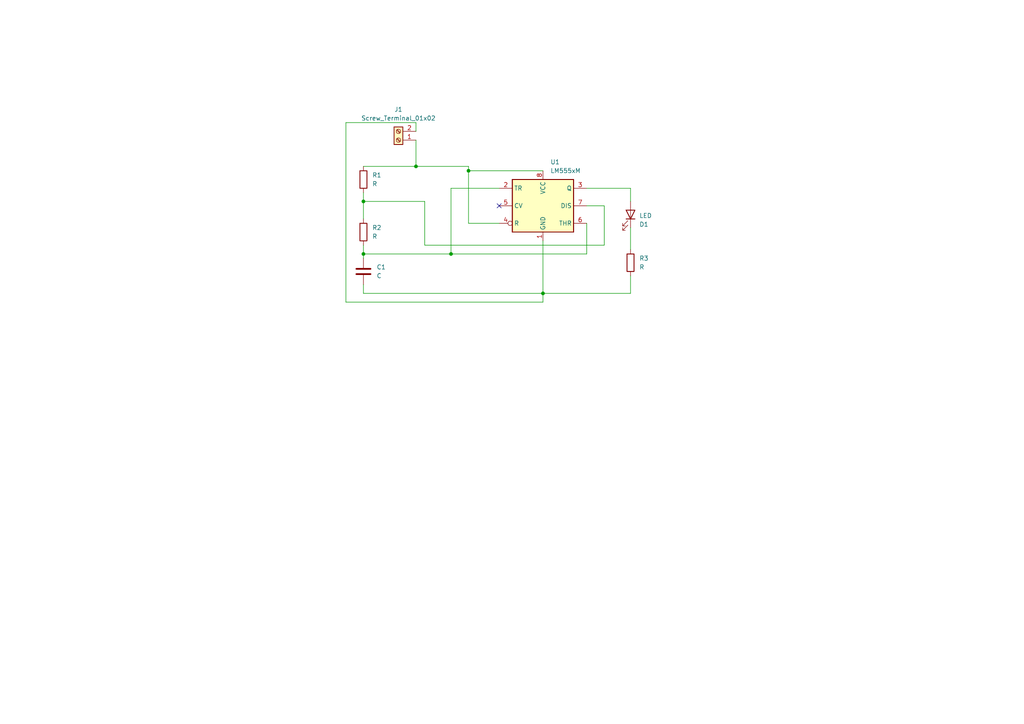
<source format=kicad_sch>
(kicad_sch
	(version 20250114)
	(generator "eeschema")
	(generator_version "9.0")
	(uuid "ffcb3b02-eb35-4f8a-b40d-4c41848050dd")
	(paper "A4")
	(lib_symbols
		(symbol "Connector:Screw_Terminal_01x02"
			(pin_names
				(offset 1.016)
				(hide yes)
			)
			(exclude_from_sim no)
			(in_bom yes)
			(on_board yes)
			(property "Reference" "J"
				(at 0 2.54 0)
				(effects
					(font
						(size 1.27 1.27)
					)
				)
			)
			(property "Value" "Screw_Terminal_01x02"
				(at 0 -5.08 0)
				(effects
					(font
						(size 1.27 1.27)
					)
				)
			)
			(property "Footprint" ""
				(at 0 0 0)
				(effects
					(font
						(size 1.27 1.27)
					)
					(hide yes)
				)
			)
			(property "Datasheet" "~"
				(at 0 0 0)
				(effects
					(font
						(size 1.27 1.27)
					)
					(hide yes)
				)
			)
			(property "Description" "Generic screw terminal, single row, 01x02, script generated (kicad-library-utils/schlib/autogen/connector/)"
				(at 0 0 0)
				(effects
					(font
						(size 1.27 1.27)
					)
					(hide yes)
				)
			)
			(property "ki_keywords" "screw terminal"
				(at 0 0 0)
				(effects
					(font
						(size 1.27 1.27)
					)
					(hide yes)
				)
			)
			(property "ki_fp_filters" "TerminalBlock*:*"
				(at 0 0 0)
				(effects
					(font
						(size 1.27 1.27)
					)
					(hide yes)
				)
			)
			(symbol "Screw_Terminal_01x02_1_1"
				(rectangle
					(start -1.27 1.27)
					(end 1.27 -3.81)
					(stroke
						(width 0.254)
						(type default)
					)
					(fill
						(type background)
					)
				)
				(polyline
					(pts
						(xy -0.5334 0.3302) (xy 0.3302 -0.508)
					)
					(stroke
						(width 0.1524)
						(type default)
					)
					(fill
						(type none)
					)
				)
				(polyline
					(pts
						(xy -0.5334 -2.2098) (xy 0.3302 -3.048)
					)
					(stroke
						(width 0.1524)
						(type default)
					)
					(fill
						(type none)
					)
				)
				(polyline
					(pts
						(xy -0.3556 0.508) (xy 0.508 -0.3302)
					)
					(stroke
						(width 0.1524)
						(type default)
					)
					(fill
						(type none)
					)
				)
				(polyline
					(pts
						(xy -0.3556 -2.032) (xy 0.508 -2.8702)
					)
					(stroke
						(width 0.1524)
						(type default)
					)
					(fill
						(type none)
					)
				)
				(circle
					(center 0 0)
					(radius 0.635)
					(stroke
						(width 0.1524)
						(type default)
					)
					(fill
						(type none)
					)
				)
				(circle
					(center 0 -2.54)
					(radius 0.635)
					(stroke
						(width 0.1524)
						(type default)
					)
					(fill
						(type none)
					)
				)
				(pin passive line
					(at -5.08 0 0)
					(length 3.81)
					(name "Pin_1"
						(effects
							(font
								(size 1.27 1.27)
							)
						)
					)
					(number "1"
						(effects
							(font
								(size 1.27 1.27)
							)
						)
					)
				)
				(pin passive line
					(at -5.08 -2.54 0)
					(length 3.81)
					(name "Pin_2"
						(effects
							(font
								(size 1.27 1.27)
							)
						)
					)
					(number "2"
						(effects
							(font
								(size 1.27 1.27)
							)
						)
					)
				)
			)
			(embedded_fonts no)
		)
		(symbol "Device:C"
			(pin_numbers
				(hide yes)
			)
			(pin_names
				(offset 0.254)
			)
			(exclude_from_sim no)
			(in_bom yes)
			(on_board yes)
			(property "Reference" "C"
				(at 0.635 2.54 0)
				(effects
					(font
						(size 1.27 1.27)
					)
					(justify left)
				)
			)
			(property "Value" "C"
				(at 0.635 -2.54 0)
				(effects
					(font
						(size 1.27 1.27)
					)
					(justify left)
				)
			)
			(property "Footprint" ""
				(at 0.9652 -3.81 0)
				(effects
					(font
						(size 1.27 1.27)
					)
					(hide yes)
				)
			)
			(property "Datasheet" "~"
				(at 0 0 0)
				(effects
					(font
						(size 1.27 1.27)
					)
					(hide yes)
				)
			)
			(property "Description" "Unpolarized capacitor"
				(at 0 0 0)
				(effects
					(font
						(size 1.27 1.27)
					)
					(hide yes)
				)
			)
			(property "ki_keywords" "cap capacitor"
				(at 0 0 0)
				(effects
					(font
						(size 1.27 1.27)
					)
					(hide yes)
				)
			)
			(property "ki_fp_filters" "C_*"
				(at 0 0 0)
				(effects
					(font
						(size 1.27 1.27)
					)
					(hide yes)
				)
			)
			(symbol "C_0_1"
				(polyline
					(pts
						(xy -2.032 0.762) (xy 2.032 0.762)
					)
					(stroke
						(width 0.508)
						(type default)
					)
					(fill
						(type none)
					)
				)
				(polyline
					(pts
						(xy -2.032 -0.762) (xy 2.032 -0.762)
					)
					(stroke
						(width 0.508)
						(type default)
					)
					(fill
						(type none)
					)
				)
			)
			(symbol "C_1_1"
				(pin passive line
					(at 0 3.81 270)
					(length 2.794)
					(name "~"
						(effects
							(font
								(size 1.27 1.27)
							)
						)
					)
					(number "1"
						(effects
							(font
								(size 1.27 1.27)
							)
						)
					)
				)
				(pin passive line
					(at 0 -3.81 90)
					(length 2.794)
					(name "~"
						(effects
							(font
								(size 1.27 1.27)
							)
						)
					)
					(number "2"
						(effects
							(font
								(size 1.27 1.27)
							)
						)
					)
				)
			)
			(embedded_fonts no)
		)
		(symbol "Device:LED"
			(pin_numbers
				(hide yes)
			)
			(pin_names
				(offset 1.016)
				(hide yes)
			)
			(exclude_from_sim no)
			(in_bom yes)
			(on_board yes)
			(property "Reference" "D"
				(at 0 2.54 0)
				(effects
					(font
						(size 1.27 1.27)
					)
				)
			)
			(property "Value" "LED"
				(at 0 -2.54 0)
				(effects
					(font
						(size 1.27 1.27)
					)
				)
			)
			(property "Footprint" ""
				(at 0 0 0)
				(effects
					(font
						(size 1.27 1.27)
					)
					(hide yes)
				)
			)
			(property "Datasheet" "~"
				(at 0 0 0)
				(effects
					(font
						(size 1.27 1.27)
					)
					(hide yes)
				)
			)
			(property "Description" "Light emitting diode"
				(at 0 0 0)
				(effects
					(font
						(size 1.27 1.27)
					)
					(hide yes)
				)
			)
			(property "Sim.Pins" "1=K 2=A"
				(at 0 0 0)
				(effects
					(font
						(size 1.27 1.27)
					)
					(hide yes)
				)
			)
			(property "ki_keywords" "LED diode"
				(at 0 0 0)
				(effects
					(font
						(size 1.27 1.27)
					)
					(hide yes)
				)
			)
			(property "ki_fp_filters" "LED* LED_SMD:* LED_THT:*"
				(at 0 0 0)
				(effects
					(font
						(size 1.27 1.27)
					)
					(hide yes)
				)
			)
			(symbol "LED_0_1"
				(polyline
					(pts
						(xy -3.048 -0.762) (xy -4.572 -2.286) (xy -3.81 -2.286) (xy -4.572 -2.286) (xy -4.572 -1.524)
					)
					(stroke
						(width 0)
						(type default)
					)
					(fill
						(type none)
					)
				)
				(polyline
					(pts
						(xy -1.778 -0.762) (xy -3.302 -2.286) (xy -2.54 -2.286) (xy -3.302 -2.286) (xy -3.302 -1.524)
					)
					(stroke
						(width 0)
						(type default)
					)
					(fill
						(type none)
					)
				)
				(polyline
					(pts
						(xy -1.27 0) (xy 1.27 0)
					)
					(stroke
						(width 0)
						(type default)
					)
					(fill
						(type none)
					)
				)
				(polyline
					(pts
						(xy -1.27 -1.27) (xy -1.27 1.27)
					)
					(stroke
						(width 0.254)
						(type default)
					)
					(fill
						(type none)
					)
				)
				(polyline
					(pts
						(xy 1.27 -1.27) (xy 1.27 1.27) (xy -1.27 0) (xy 1.27 -1.27)
					)
					(stroke
						(width 0.254)
						(type default)
					)
					(fill
						(type none)
					)
				)
			)
			(symbol "LED_1_1"
				(pin passive line
					(at -3.81 0 0)
					(length 2.54)
					(name "K"
						(effects
							(font
								(size 1.27 1.27)
							)
						)
					)
					(number "1"
						(effects
							(font
								(size 1.27 1.27)
							)
						)
					)
				)
				(pin passive line
					(at 3.81 0 180)
					(length 2.54)
					(name "A"
						(effects
							(font
								(size 1.27 1.27)
							)
						)
					)
					(number "2"
						(effects
							(font
								(size 1.27 1.27)
							)
						)
					)
				)
			)
			(embedded_fonts no)
		)
		(symbol "Device:R"
			(pin_numbers
				(hide yes)
			)
			(pin_names
				(offset 0)
			)
			(exclude_from_sim no)
			(in_bom yes)
			(on_board yes)
			(property "Reference" "R"
				(at 2.032 0 90)
				(effects
					(font
						(size 1.27 1.27)
					)
				)
			)
			(property "Value" "R"
				(at 0 0 90)
				(effects
					(font
						(size 1.27 1.27)
					)
				)
			)
			(property "Footprint" ""
				(at -1.778 0 90)
				(effects
					(font
						(size 1.27 1.27)
					)
					(hide yes)
				)
			)
			(property "Datasheet" "~"
				(at 0 0 0)
				(effects
					(font
						(size 1.27 1.27)
					)
					(hide yes)
				)
			)
			(property "Description" "Resistor"
				(at 0 0 0)
				(effects
					(font
						(size 1.27 1.27)
					)
					(hide yes)
				)
			)
			(property "ki_keywords" "R res resistor"
				(at 0 0 0)
				(effects
					(font
						(size 1.27 1.27)
					)
					(hide yes)
				)
			)
			(property "ki_fp_filters" "R_*"
				(at 0 0 0)
				(effects
					(font
						(size 1.27 1.27)
					)
					(hide yes)
				)
			)
			(symbol "R_0_1"
				(rectangle
					(start -1.016 -2.54)
					(end 1.016 2.54)
					(stroke
						(width 0.254)
						(type default)
					)
					(fill
						(type none)
					)
				)
			)
			(symbol "R_1_1"
				(pin passive line
					(at 0 3.81 270)
					(length 1.27)
					(name "~"
						(effects
							(font
								(size 1.27 1.27)
							)
						)
					)
					(number "1"
						(effects
							(font
								(size 1.27 1.27)
							)
						)
					)
				)
				(pin passive line
					(at 0 -3.81 90)
					(length 1.27)
					(name "~"
						(effects
							(font
								(size 1.27 1.27)
							)
						)
					)
					(number "2"
						(effects
							(font
								(size 1.27 1.27)
							)
						)
					)
				)
			)
			(embedded_fonts no)
		)
		(symbol "Timer:LM555xM"
			(exclude_from_sim no)
			(in_bom yes)
			(on_board yes)
			(property "Reference" "U"
				(at -10.16 8.89 0)
				(effects
					(font
						(size 1.27 1.27)
					)
					(justify left)
				)
			)
			(property "Value" "LM555xM"
				(at 2.54 8.89 0)
				(effects
					(font
						(size 1.27 1.27)
					)
					(justify left)
				)
			)
			(property "Footprint" "Package_SO:SOIC-8_3.9x4.9mm_P1.27mm"
				(at 21.59 -10.16 0)
				(effects
					(font
						(size 1.27 1.27)
					)
					(hide yes)
				)
			)
			(property "Datasheet" "http://www.ti.com/lit/ds/symlink/lm555.pdf"
				(at 21.59 -10.16 0)
				(effects
					(font
						(size 1.27 1.27)
					)
					(hide yes)
				)
			)
			(property "Description" "Timer, 555 compatible, SOIC-8"
				(at 0 0 0)
				(effects
					(font
						(size 1.27 1.27)
					)
					(hide yes)
				)
			)
			(property "ki_keywords" "single timer 555"
				(at 0 0 0)
				(effects
					(font
						(size 1.27 1.27)
					)
					(hide yes)
				)
			)
			(property "ki_fp_filters" "SOIC*3.9x4.9mm*P1.27mm*"
				(at 0 0 0)
				(effects
					(font
						(size 1.27 1.27)
					)
					(hide yes)
				)
			)
			(symbol "LM555xM_0_0"
				(pin power_in line
					(at 0 10.16 270)
					(length 2.54)
					(name "VCC"
						(effects
							(font
								(size 1.27 1.27)
							)
						)
					)
					(number "8"
						(effects
							(font
								(size 1.27 1.27)
							)
						)
					)
				)
				(pin power_in line
					(at 0 -10.16 90)
					(length 2.54)
					(name "GND"
						(effects
							(font
								(size 1.27 1.27)
							)
						)
					)
					(number "1"
						(effects
							(font
								(size 1.27 1.27)
							)
						)
					)
				)
			)
			(symbol "LM555xM_0_1"
				(rectangle
					(start -8.89 -7.62)
					(end 8.89 7.62)
					(stroke
						(width 0.254)
						(type default)
					)
					(fill
						(type background)
					)
				)
				(rectangle
					(start -8.89 -7.62)
					(end 8.89 7.62)
					(stroke
						(width 0.254)
						(type default)
					)
					(fill
						(type background)
					)
				)
			)
			(symbol "LM555xM_1_1"
				(pin input line
					(at -12.7 5.08 0)
					(length 3.81)
					(name "TR"
						(effects
							(font
								(size 1.27 1.27)
							)
						)
					)
					(number "2"
						(effects
							(font
								(size 1.27 1.27)
							)
						)
					)
				)
				(pin input line
					(at -12.7 0 0)
					(length 3.81)
					(name "CV"
						(effects
							(font
								(size 1.27 1.27)
							)
						)
					)
					(number "5"
						(effects
							(font
								(size 1.27 1.27)
							)
						)
					)
				)
				(pin input inverted
					(at -12.7 -5.08 0)
					(length 3.81)
					(name "R"
						(effects
							(font
								(size 1.27 1.27)
							)
						)
					)
					(number "4"
						(effects
							(font
								(size 1.27 1.27)
							)
						)
					)
				)
				(pin output line
					(at 12.7 5.08 180)
					(length 3.81)
					(name "Q"
						(effects
							(font
								(size 1.27 1.27)
							)
						)
					)
					(number "3"
						(effects
							(font
								(size 1.27 1.27)
							)
						)
					)
				)
				(pin input line
					(at 12.7 0 180)
					(length 3.81)
					(name "DIS"
						(effects
							(font
								(size 1.27 1.27)
							)
						)
					)
					(number "7"
						(effects
							(font
								(size 1.27 1.27)
							)
						)
					)
				)
				(pin input line
					(at 12.7 -5.08 180)
					(length 3.81)
					(name "THR"
						(effects
							(font
								(size 1.27 1.27)
							)
						)
					)
					(number "6"
						(effects
							(font
								(size 1.27 1.27)
							)
						)
					)
				)
			)
			(embedded_fonts no)
		)
	)
	(junction
		(at 157.48 85.09)
		(diameter 0)
		(color 0 0 0 0)
		(uuid "0b9878f0-da1d-472c-a0f0-1f2babad05d6")
	)
	(junction
		(at 130.81 73.66)
		(diameter 0)
		(color 0 0 0 0)
		(uuid "8077b2e6-db72-4562-96fb-cc401edd81f2")
	)
	(junction
		(at 120.65 48.26)
		(diameter 0)
		(color 0 0 0 0)
		(uuid "bfe56d14-e245-480b-955d-dab96aed5bd6")
	)
	(junction
		(at 105.41 58.42)
		(diameter 0)
		(color 0 0 0 0)
		(uuid "d192c7bd-0dec-41e2-82fe-c2fce5e02537")
	)
	(junction
		(at 135.89 49.53)
		(diameter 0)
		(color 0 0 0 0)
		(uuid "ea07a229-e5df-4fc8-8eee-e47bea7c8d23")
	)
	(junction
		(at 105.41 73.66)
		(diameter 0)
		(color 0 0 0 0)
		(uuid "f72fc9a5-41c3-4396-aea5-2d578e658504")
	)
	(no_connect
		(at 144.78 59.69)
		(uuid "b24ebc04-2746-4130-8904-0c5a5e146217")
	)
	(wire
		(pts
			(xy 105.41 73.66) (xy 130.81 73.66)
		)
		(stroke
			(width 0)
			(type default)
		)
		(uuid "0386b121-1ff4-42bd-a10c-0d0e9074b865")
	)
	(wire
		(pts
			(xy 105.41 48.26) (xy 120.65 48.26)
		)
		(stroke
			(width 0)
			(type default)
		)
		(uuid "091cfeaf-b41e-48e2-80fc-f6dd2529cbda")
	)
	(wire
		(pts
			(xy 135.89 64.77) (xy 144.78 64.77)
		)
		(stroke
			(width 0)
			(type default)
		)
		(uuid "0d7a267d-f678-4d67-b0e1-17e653e2a0c3")
	)
	(wire
		(pts
			(xy 135.89 49.53) (xy 135.89 64.77)
		)
		(stroke
			(width 0)
			(type default)
		)
		(uuid "1f7b92e9-d483-4108-b46b-0dabb8654a8f")
	)
	(wire
		(pts
			(xy 130.81 54.61) (xy 130.81 73.66)
		)
		(stroke
			(width 0)
			(type default)
		)
		(uuid "2ba29fe0-e420-44b0-a66c-a1d9ec242d1a")
	)
	(wire
		(pts
			(xy 157.48 49.53) (xy 135.89 49.53)
		)
		(stroke
			(width 0)
			(type default)
		)
		(uuid "2db1d74e-e046-43fd-893f-73c75e99b84e")
	)
	(wire
		(pts
			(xy 105.41 71.12) (xy 105.41 73.66)
		)
		(stroke
			(width 0)
			(type default)
		)
		(uuid "33b1fe87-0cbf-4d6c-86ae-acfa9ec0d059")
	)
	(wire
		(pts
			(xy 182.88 80.01) (xy 182.88 85.09)
		)
		(stroke
			(width 0)
			(type default)
		)
		(uuid "34830047-c033-4011-b3e9-64bdb97cf9ac")
	)
	(wire
		(pts
			(xy 100.33 87.63) (xy 157.48 87.63)
		)
		(stroke
			(width 0)
			(type default)
		)
		(uuid "3b6c9fb5-076a-4dce-bc17-0d9331456cd3")
	)
	(wire
		(pts
			(xy 175.26 71.12) (xy 123.19 71.12)
		)
		(stroke
			(width 0)
			(type default)
		)
		(uuid "58eb0691-85da-49a1-9bac-c226a26489e0")
	)
	(wire
		(pts
			(xy 157.48 87.63) (xy 157.48 85.09)
		)
		(stroke
			(width 0)
			(type default)
		)
		(uuid "5d3b1176-4645-432d-bdcd-fd1fe328943e")
	)
	(wire
		(pts
			(xy 105.41 55.88) (xy 105.41 58.42)
		)
		(stroke
			(width 0)
			(type default)
		)
		(uuid "6409d177-4a3f-4c86-bc05-321847ff9a4b")
	)
	(wire
		(pts
			(xy 105.41 58.42) (xy 105.41 63.5)
		)
		(stroke
			(width 0)
			(type default)
		)
		(uuid "67c619d9-6a98-4a38-9b49-9b028edcd62c")
	)
	(wire
		(pts
			(xy 170.18 59.69) (xy 175.26 59.69)
		)
		(stroke
			(width 0)
			(type default)
		)
		(uuid "6bcbccd6-1beb-446c-9392-edbf1bc2df51")
	)
	(wire
		(pts
			(xy 120.65 38.1) (xy 120.65 35.56)
		)
		(stroke
			(width 0)
			(type default)
		)
		(uuid "7a0d2989-1463-466c-9e47-74347c643dc4")
	)
	(wire
		(pts
			(xy 144.78 54.61) (xy 130.81 54.61)
		)
		(stroke
			(width 0)
			(type default)
		)
		(uuid "868e034c-0607-4eea-893a-226d0ef18530")
	)
	(wire
		(pts
			(xy 105.41 73.66) (xy 105.41 74.93)
		)
		(stroke
			(width 0)
			(type default)
		)
		(uuid "95032b85-77d9-49d1-a6ee-f6eeee39ffc9")
	)
	(wire
		(pts
			(xy 120.65 35.56) (xy 100.33 35.56)
		)
		(stroke
			(width 0)
			(type default)
		)
		(uuid "a176e06f-8c0c-4a4a-a651-aa651ede783b")
	)
	(wire
		(pts
			(xy 182.88 54.61) (xy 182.88 58.42)
		)
		(stroke
			(width 0)
			(type default)
		)
		(uuid "aa8aac4e-7b72-4a00-b040-6cd80187efc7")
	)
	(wire
		(pts
			(xy 105.41 85.09) (xy 157.48 85.09)
		)
		(stroke
			(width 0)
			(type default)
		)
		(uuid "ac709984-c055-4196-b4e8-fe6a777f35c9")
	)
	(wire
		(pts
			(xy 182.88 85.09) (xy 157.48 85.09)
		)
		(stroke
			(width 0)
			(type default)
		)
		(uuid "b2e69db5-f6dc-42b7-aebb-d027b7d05bbd")
	)
	(wire
		(pts
			(xy 105.41 85.09) (xy 105.41 82.55)
		)
		(stroke
			(width 0)
			(type default)
		)
		(uuid "ca97f167-d5dc-4042-b5a2-f23fe29aec82")
	)
	(wire
		(pts
			(xy 182.88 66.04) (xy 182.88 72.39)
		)
		(stroke
			(width 0)
			(type default)
		)
		(uuid "cd82724f-126c-4da1-8c99-86f5c9fd4056")
	)
	(wire
		(pts
			(xy 120.65 48.26) (xy 120.65 40.64)
		)
		(stroke
			(width 0)
			(type default)
		)
		(uuid "d414562e-14a0-4e6f-8d2b-a37d7d7271a6")
	)
	(wire
		(pts
			(xy 123.19 71.12) (xy 123.19 58.42)
		)
		(stroke
			(width 0)
			(type default)
		)
		(uuid "d86fbc3c-9c02-4b88-ad01-719624ea1603")
	)
	(wire
		(pts
			(xy 100.33 35.56) (xy 100.33 87.63)
		)
		(stroke
			(width 0)
			(type default)
		)
		(uuid "d8729809-da92-402b-b265-32acbc3b07a4")
	)
	(wire
		(pts
			(xy 170.18 54.61) (xy 182.88 54.61)
		)
		(stroke
			(width 0)
			(type default)
		)
		(uuid "d886c1ef-45e6-42a3-a497-ddcb900f6b8b")
	)
	(wire
		(pts
			(xy 175.26 59.69) (xy 175.26 71.12)
		)
		(stroke
			(width 0)
			(type default)
		)
		(uuid "e047d9cb-f700-43c8-8fba-8734ee6678cc")
	)
	(wire
		(pts
			(xy 123.19 58.42) (xy 105.41 58.42)
		)
		(stroke
			(width 0)
			(type default)
		)
		(uuid "e3ecc876-199a-4f2f-98bd-a19774df47e0")
	)
	(wire
		(pts
			(xy 135.89 48.26) (xy 135.89 49.53)
		)
		(stroke
			(width 0)
			(type default)
		)
		(uuid "e7f7f8da-c1e1-407d-bc82-9ff8d48e5a9f")
	)
	(wire
		(pts
			(xy 120.65 48.26) (xy 135.89 48.26)
		)
		(stroke
			(width 0)
			(type default)
		)
		(uuid "f22ad35b-ff3b-45ea-be5a-2811913e74f4")
	)
	(wire
		(pts
			(xy 130.81 73.66) (xy 170.18 73.66)
		)
		(stroke
			(width 0)
			(type default)
		)
		(uuid "f629dc42-9da8-4746-9eb6-f4abd75b1530")
	)
	(wire
		(pts
			(xy 157.48 85.09) (xy 157.48 69.85)
		)
		(stroke
			(width 0)
			(type default)
		)
		(uuid "f8dd80e3-8e7e-4ffe-8395-7bdff938dfa4")
	)
	(wire
		(pts
			(xy 170.18 73.66) (xy 170.18 64.77)
		)
		(stroke
			(width 0)
			(type default)
		)
		(uuid "fe982cd1-2042-40cb-bcb9-60b53119284c")
	)
	(symbol
		(lib_id "Device:C")
		(at 105.41 78.74 0)
		(unit 1)
		(exclude_from_sim no)
		(in_bom yes)
		(on_board yes)
		(dnp no)
		(fields_autoplaced yes)
		(uuid "0e7574ad-d9dd-4727-9431-93fb893b9423")
		(property "Reference" "C1"
			(at 109.22 77.4699 0)
			(effects
				(font
					(size 1.27 1.27)
				)
				(justify left)
			)
		)
		(property "Value" "C"
			(at 109.22 80.0099 0)
			(effects
				(font
					(size 1.27 1.27)
				)
				(justify left)
			)
		)
		(property "Footprint" "Capacitor_THT:CP_Radial_D4.0mm_P1.50mm"
			(at 106.3752 82.55 0)
			(effects
				(font
					(size 1.27 1.27)
				)
				(hide yes)
			)
		)
		(property "Datasheet" "~"
			(at 105.41 78.74 0)
			(effects
				(font
					(size 1.27 1.27)
				)
				(hide yes)
			)
		)
		(property "Description" "Unpolarized capacitor"
			(at 105.41 78.74 0)
			(effects
				(font
					(size 1.27 1.27)
				)
				(hide yes)
			)
		)
		(pin "2"
			(uuid "5c199029-e04e-45bb-a7c9-2325d7d4d1a9")
		)
		(pin "1"
			(uuid "ede98a16-e76a-478d-8a90-57a7bf5a99fa")
		)
		(instances
			(project ""
				(path "/ffcb3b02-eb35-4f8a-b40d-4c41848050dd"
					(reference "C1")
					(unit 1)
				)
			)
		)
	)
	(symbol
		(lib_id "Connector:Screw_Terminal_01x02")
		(at 115.57 40.64 180)
		(unit 1)
		(exclude_from_sim no)
		(in_bom yes)
		(on_board yes)
		(dnp no)
		(fields_autoplaced yes)
		(uuid "170a6a9a-558a-4d98-b5d6-ed82da2fb9be")
		(property "Reference" "J1"
			(at 115.57 31.75 0)
			(effects
				(font
					(size 1.27 1.27)
				)
			)
		)
		(property "Value" "Screw_Terminal_01x02"
			(at 115.57 34.29 0)
			(effects
				(font
					(size 1.27 1.27)
				)
			)
		)
		(property "Footprint" "Connector_Phoenix_MC_HighVoltage:PhoenixContact_MCV_1,5_2-G-5.08_1x02_P5.08mm_Vertical"
			(at 115.57 40.64 0)
			(effects
				(font
					(size 1.27 1.27)
				)
				(hide yes)
			)
		)
		(property "Datasheet" "~"
			(at 115.57 40.64 0)
			(effects
				(font
					(size 1.27 1.27)
				)
				(hide yes)
			)
		)
		(property "Description" "Generic screw terminal, single row, 01x02, script generated (kicad-library-utils/schlib/autogen/connector/)"
			(at 115.57 40.64 0)
			(effects
				(font
					(size 1.27 1.27)
				)
				(hide yes)
			)
		)
		(pin "2"
			(uuid "f89f4556-f8aa-4244-ae6a-7809d9541ea0")
		)
		(pin "1"
			(uuid "a80d8d24-e1a5-4577-bab9-cc252f8da897")
		)
		(instances
			(project ""
				(path "/ffcb3b02-eb35-4f8a-b40d-4c41848050dd"
					(reference "J1")
					(unit 1)
				)
			)
		)
	)
	(symbol
		(lib_id "Device:R")
		(at 105.41 52.07 0)
		(unit 1)
		(exclude_from_sim no)
		(in_bom yes)
		(on_board yes)
		(dnp no)
		(fields_autoplaced yes)
		(uuid "38abccfd-34ab-4a25-b938-51d942176693")
		(property "Reference" "R1"
			(at 107.95 50.7999 0)
			(effects
				(font
					(size 1.27 1.27)
				)
				(justify left)
			)
		)
		(property "Value" "R"
			(at 107.95 53.3399 0)
			(effects
				(font
					(size 1.27 1.27)
				)
				(justify left)
			)
		)
		(property "Footprint" "Resistor_THT:R_Axial_DIN0204_L3.6mm_D1.6mm_P5.08mm_Horizontal"
			(at 103.632 52.07 90)
			(effects
				(font
					(size 1.27 1.27)
				)
				(hide yes)
			)
		)
		(property "Datasheet" "~"
			(at 105.41 52.07 0)
			(effects
				(font
					(size 1.27 1.27)
				)
				(hide yes)
			)
		)
		(property "Description" "Resistor"
			(at 105.41 52.07 0)
			(effects
				(font
					(size 1.27 1.27)
				)
				(hide yes)
			)
		)
		(pin "1"
			(uuid "f68bd069-de66-4a38-a1fc-59a259af138f")
		)
		(pin "2"
			(uuid "fa30ccaa-a04e-405d-91f0-d69fdb4285d1")
		)
		(instances
			(project ""
				(path "/ffcb3b02-eb35-4f8a-b40d-4c41848050dd"
					(reference "R1")
					(unit 1)
				)
			)
		)
	)
	(symbol
		(lib_id "Device:LED")
		(at 182.88 62.23 270)
		(mirror x)
		(unit 1)
		(exclude_from_sim no)
		(in_bom yes)
		(on_board yes)
		(dnp no)
		(uuid "3d6021c7-ce9c-4022-8f01-745df3d581a6")
		(property "Reference" "D1"
			(at 185.42 65.0876 90)
			(effects
				(font
					(size 1.27 1.27)
				)
				(justify left)
			)
		)
		(property "Value" "LED"
			(at 185.42 62.5476 90)
			(effects
				(font
					(size 1.27 1.27)
				)
				(justify left)
			)
		)
		(property "Footprint" "LED_THT:LED_D3.0mm"
			(at 182.88 62.23 0)
			(effects
				(font
					(size 1.27 1.27)
				)
				(hide yes)
			)
		)
		(property "Datasheet" "~"
			(at 182.88 62.23 0)
			(effects
				(font
					(size 1.27 1.27)
				)
				(hide yes)
			)
		)
		(property "Description" "Light emitting diode"
			(at 182.88 62.23 0)
			(effects
				(font
					(size 1.27 1.27)
				)
				(hide yes)
			)
		)
		(property "Sim.Pins" "1=K 2=A"
			(at 182.88 62.23 0)
			(effects
				(font
					(size 1.27 1.27)
				)
				(hide yes)
			)
		)
		(pin "1"
			(uuid "52e95ae8-20b9-4400-9b1b-e6f3d569f0cd")
		)
		(pin "2"
			(uuid "66f08a3c-6619-4742-837d-6afb6669b7c6")
		)
		(instances
			(project ""
				(path "/ffcb3b02-eb35-4f8a-b40d-4c41848050dd"
					(reference "D1")
					(unit 1)
				)
			)
		)
	)
	(symbol
		(lib_id "Timer:LM555xM")
		(at 157.48 59.69 0)
		(unit 1)
		(exclude_from_sim no)
		(in_bom yes)
		(on_board yes)
		(dnp no)
		(fields_autoplaced yes)
		(uuid "502fe13f-4dd9-4bbd-9f9b-174605dae0c8")
		(property "Reference" "U1"
			(at 159.6233 46.99 0)
			(effects
				(font
					(size 1.27 1.27)
				)
				(justify left)
			)
		)
		(property "Value" "LM555xM"
			(at 159.6233 49.53 0)
			(effects
				(font
					(size 1.27 1.27)
				)
				(justify left)
			)
		)
		(property "Footprint" "Package_SO:SOIC-8_3.9x4.9mm_P1.27mm"
			(at 179.07 69.85 0)
			(effects
				(font
					(size 1.27 1.27)
				)
				(hide yes)
			)
		)
		(property "Datasheet" "http://www.ti.com/lit/ds/symlink/lm555.pdf"
			(at 179.07 69.85 0)
			(effects
				(font
					(size 1.27 1.27)
				)
				(hide yes)
			)
		)
		(property "Description" "Timer, 555 compatible, SOIC-8"
			(at 157.48 59.69 0)
			(effects
				(font
					(size 1.27 1.27)
				)
				(hide yes)
			)
		)
		(pin "8"
			(uuid "1fe775b0-77e6-4af3-8677-f0cefb3be511")
		)
		(pin "1"
			(uuid "76744adc-31e2-4a04-9110-f5a24db997f3")
		)
		(pin "3"
			(uuid "aed169f0-f102-4e4a-b9d8-f16a85a96320")
		)
		(pin "6"
			(uuid "ca99a356-819d-4da7-9cdc-f6c90590ef71")
		)
		(pin "2"
			(uuid "570e832e-57e7-41f3-8072-69f33b605ecc")
		)
		(pin "7"
			(uuid "39822f8f-e7ea-496e-890d-9c1459708a84")
		)
		(pin "4"
			(uuid "730e52f5-1e7a-454a-98e3-9be6292d5979")
		)
		(pin "5"
			(uuid "5e3deab1-23f3-412c-9062-6f04cdbf50f2")
		)
		(instances
			(project ""
				(path "/ffcb3b02-eb35-4f8a-b40d-4c41848050dd"
					(reference "U1")
					(unit 1)
				)
			)
		)
	)
	(symbol
		(lib_id "Device:R")
		(at 182.88 76.2 0)
		(unit 1)
		(exclude_from_sim no)
		(in_bom yes)
		(on_board yes)
		(dnp no)
		(fields_autoplaced yes)
		(uuid "615dd28d-38f2-473b-9999-933b3490ae06")
		(property "Reference" "R3"
			(at 185.42 74.9299 0)
			(effects
				(font
					(size 1.27 1.27)
				)
				(justify left)
			)
		)
		(property "Value" "R"
			(at 185.42 77.4699 0)
			(effects
				(font
					(size 1.27 1.27)
				)
				(justify left)
			)
		)
		(property "Footprint" "Resistor_THT:R_Axial_DIN0204_L3.6mm_D1.6mm_P5.08mm_Horizontal"
			(at 181.102 76.2 90)
			(effects
				(font
					(size 1.27 1.27)
				)
				(hide yes)
			)
		)
		(property "Datasheet" "~"
			(at 182.88 76.2 0)
			(effects
				(font
					(size 1.27 1.27)
				)
				(hide yes)
			)
		)
		(property "Description" "Resistor"
			(at 182.88 76.2 0)
			(effects
				(font
					(size 1.27 1.27)
				)
				(hide yes)
			)
		)
		(pin "1"
			(uuid "66d38d9b-1ec7-4f4b-862b-a5b31f394497")
		)
		(pin "2"
			(uuid "06bea8be-7223-48b7-9632-329499669bd7")
		)
		(instances
			(project "LED Blinker with 555 Timer Circuit"
				(path "/ffcb3b02-eb35-4f8a-b40d-4c41848050dd"
					(reference "R3")
					(unit 1)
				)
			)
		)
	)
	(symbol
		(lib_id "Device:R")
		(at 105.41 67.31 0)
		(unit 1)
		(exclude_from_sim no)
		(in_bom yes)
		(on_board yes)
		(dnp no)
		(fields_autoplaced yes)
		(uuid "fc42f699-c26c-4cbf-b42d-eaa915a7380a")
		(property "Reference" "R2"
			(at 107.95 66.0399 0)
			(effects
				(font
					(size 1.27 1.27)
				)
				(justify left)
			)
		)
		(property "Value" "R"
			(at 107.95 68.5799 0)
			(effects
				(font
					(size 1.27 1.27)
				)
				(justify left)
			)
		)
		(property "Footprint" "Resistor_THT:R_Axial_DIN0204_L3.6mm_D1.6mm_P5.08mm_Horizontal"
			(at 103.632 67.31 90)
			(effects
				(font
					(size 1.27 1.27)
				)
				(hide yes)
			)
		)
		(property "Datasheet" "~"
			(at 105.41 67.31 0)
			(effects
				(font
					(size 1.27 1.27)
				)
				(hide yes)
			)
		)
		(property "Description" "Resistor"
			(at 105.41 67.31 0)
			(effects
				(font
					(size 1.27 1.27)
				)
				(hide yes)
			)
		)
		(pin "1"
			(uuid "8c60f399-7f59-48c1-bbeb-55d96ef20b88")
		)
		(pin "2"
			(uuid "36af7523-8647-4876-a691-84d244297b2f")
		)
		(instances
			(project "LED Blinker with 555 Timer Circuit"
				(path "/ffcb3b02-eb35-4f8a-b40d-4c41848050dd"
					(reference "R2")
					(unit 1)
				)
			)
		)
	)
	(sheet_instances
		(path "/"
			(page "1")
		)
	)
	(embedded_fonts no)
)

</source>
